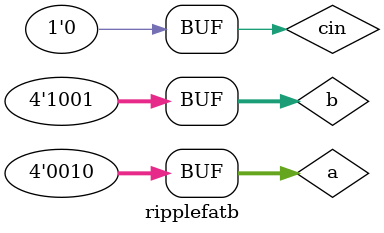
<source format=v>
module ripplefatb;
reg [3:0]a,b;
reg cin;
wire [3:0]sum;
wire cout;

ripplefa uut(a,b,cin,sum,cout);

initial begin
cin = 0;
a = 4'b0110;
b = 4'b1100;
#10
a = 4'b1110;
b = 4'b1000;
#10
a = 4'b0111;
b = 4'b1110;
#10
a = 4'b0010;
b = 4'b1001;
end
initial begin 
    $monitor($time, "a=%b, b= %b, c= %b,sum= %b,carry= %b", a, b, cin, sum, cout); 
end 
initial begin 
    $dumpfile("rcatb.vcd"); 
    $dumpvars(0, ripplefatb); 
 end 
                
endmodule
</source>
